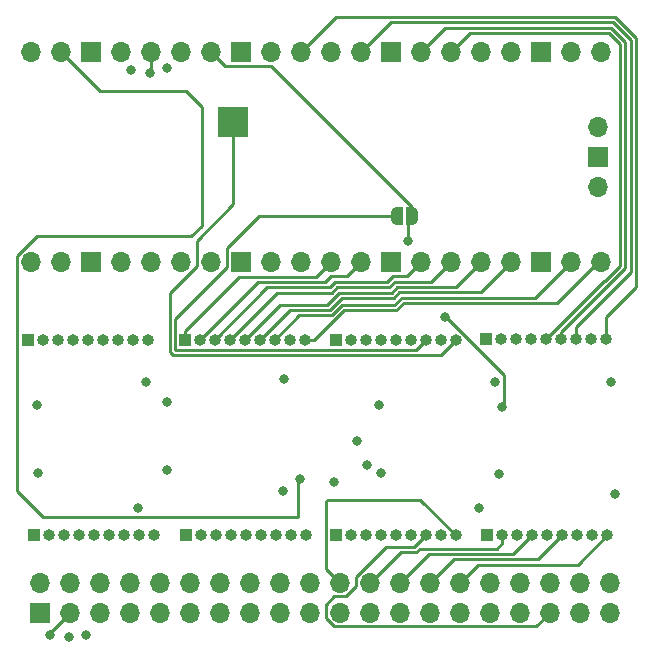
<source format=gbr>
%TF.GenerationSoftware,KiCad,Pcbnew,8.0.0*%
%TF.CreationDate,2024-03-20T20:27:36-04:00*%
%TF.ProjectId,level-shifted,6c657665-6c2d-4736-9869-667465642e6b,rev?*%
%TF.SameCoordinates,Original*%
%TF.FileFunction,Copper,L4,Bot*%
%TF.FilePolarity,Positive*%
%FSLAX46Y46*%
G04 Gerber Fmt 4.6, Leading zero omitted, Abs format (unit mm)*
G04 Created by KiCad (PCBNEW 8.0.0) date 2024-03-20 20:27:36*
%MOMM*%
%LPD*%
G01*
G04 APERTURE LIST*
G04 Aperture macros list*
%AMFreePoly0*
4,1,19,0.500000,-0.750000,0.000000,-0.750000,0.000000,-0.744911,-0.071157,-0.744911,-0.207708,-0.704816,-0.327430,-0.627875,-0.420627,-0.520320,-0.479746,-0.390866,-0.500000,-0.250000,-0.500000,0.250000,-0.479746,0.390866,-0.420627,0.520320,-0.327430,0.627875,-0.207708,0.704816,-0.071157,0.744911,0.000000,0.744911,0.000000,0.750000,0.500000,0.750000,0.500000,-0.750000,0.500000,-0.750000,
$1*%
%AMFreePoly1*
4,1,19,0.000000,0.744911,0.071157,0.744911,0.207708,0.704816,0.327430,0.627875,0.420627,0.520320,0.479746,0.390866,0.500000,0.250000,0.500000,-0.250000,0.479746,-0.390866,0.420627,-0.520320,0.327430,-0.627875,0.207708,-0.704816,0.071157,-0.744911,0.000000,-0.744911,0.000000,-0.750000,-0.500000,-0.750000,-0.500000,0.750000,0.000000,0.750000,0.000000,0.744911,0.000000,0.744911,
$1*%
G04 Aperture macros list end*
%TA.AperFunction,ComponentPad*%
%ADD10R,1.000000X1.000000*%
%TD*%
%TA.AperFunction,ComponentPad*%
%ADD11O,1.000000X1.000000*%
%TD*%
%TA.AperFunction,ComponentPad*%
%ADD12R,1.700000X1.700000*%
%TD*%
%TA.AperFunction,ComponentPad*%
%ADD13O,1.700000X1.700000*%
%TD*%
%TA.AperFunction,SMDPad,CuDef*%
%ADD14R,2.500000X2.500000*%
%TD*%
%TA.AperFunction,SMDPad,CuDef*%
%ADD15FreePoly0,180.000000*%
%TD*%
%TA.AperFunction,SMDPad,CuDef*%
%ADD16FreePoly1,180.000000*%
%TD*%
%TA.AperFunction,ViaPad*%
%ADD17C,0.800000*%
%TD*%
%TA.AperFunction,Conductor*%
%ADD18C,0.250000*%
%TD*%
G04 APERTURE END LIST*
D10*
%TO.P,J109,1,Pin_1*%
%TO.N,/LVA8*%
X140880000Y-92500000D03*
D11*
%TO.P,J109,2,Pin_2*%
%TO.N,/LVA9*%
X142150000Y-92500000D03*
%TO.P,J109,3,Pin_3*%
%TO.N,/LVA10*%
X143420000Y-92500000D03*
%TO.P,J109,4,Pin_4*%
%TO.N,/LVA11*%
X144690000Y-92500000D03*
%TO.P,J109,5,Pin_5*%
%TO.N,/LVA12*%
X145960000Y-92500000D03*
%TO.P,J109,6,Pin_6*%
%TO.N,/LVA13*%
X147230000Y-92500000D03*
%TO.P,J109,7,Pin_7*%
%TO.N,/LVA14*%
X148500000Y-92500000D03*
%TO.P,J109,8,Pin_8*%
%TO.N,3V3*%
X149770000Y-92500000D03*
%TO.P,J109,9,Pin_9*%
%TO.N,/LVA15*%
X151040000Y-92500000D03*
%TD*%
D10*
%TO.P,J107,1,Pin_1*%
%TO.N,/LVA0*%
X127650000Y-92500000D03*
D11*
%TO.P,J107,2,Pin_2*%
%TO.N,/LVA1*%
X128920000Y-92500000D03*
%TO.P,J107,3,Pin_3*%
%TO.N,/LVA2*%
X130190000Y-92500000D03*
%TO.P,J107,4,Pin_4*%
%TO.N,/LVA3*%
X131460000Y-92500000D03*
%TO.P,J107,5,Pin_5*%
%TO.N,/LVA4*%
X132730000Y-92500000D03*
%TO.P,J107,6,Pin_6*%
%TO.N,/LVA5*%
X134000000Y-92500000D03*
%TO.P,J107,7,Pin_7*%
%TO.N,/LVA6*%
X135270000Y-92500000D03*
%TO.P,J107,8,Pin_8*%
%TO.N,3V3*%
X136540000Y-92500000D03*
%TO.P,J107,9,Pin_9*%
%TO.N,/LVA7*%
X137810000Y-92500000D03*
%TD*%
D10*
%TO.P,J103,1,Pin_1*%
%TO.N,/HVA0*%
X128150000Y-109000000D03*
D11*
%TO.P,J103,2,Pin_2*%
%TO.N,/HVA1*%
X129420000Y-109000000D03*
%TO.P,J103,3,Pin_3*%
%TO.N,/HVA2*%
X130690000Y-109000000D03*
%TO.P,J103,4,Pin_4*%
%TO.N,/HVA3*%
X131960000Y-109000000D03*
%TO.P,J103,5,Pin_5*%
%TO.N,/HVA4*%
X133230000Y-109000000D03*
%TO.P,J103,6,Pin_6*%
%TO.N,/HVA5*%
X134500000Y-109000000D03*
%TO.P,J103,7,Pin_7*%
%TO.N,/HVA6*%
X135770000Y-109000000D03*
%TO.P,J103,8,Pin_8*%
%TO.N,5V*%
X137040000Y-109000000D03*
%TO.P,J103,9,Pin_9*%
%TO.N,/HVA7*%
X138310000Y-109000000D03*
%TD*%
D10*
%TO.P,J110,1,Pin_1*%
%TO.N,unconnected-(J110-Pin_1-Pad1)*%
X153690000Y-92500000D03*
D11*
%TO.P,J110,2,Pin_2*%
%TO.N,unconnected-(J110-Pin_2-Pad2)*%
X154960000Y-92500000D03*
%TO.P,J110,3,Pin_3*%
%TO.N,unconnected-(J110-Pin_3-Pad3)*%
X156230000Y-92500000D03*
%TO.P,J110,4,Pin_4*%
%TO.N,unconnected-(J110-Pin_4-Pad4)*%
X157500000Y-92500000D03*
%TO.P,J110,5,Pin_5*%
%TO.N,unconnected-(J110-Pin_5-Pad5)*%
X158770000Y-92500000D03*
%TO.P,J110,6,Pin_6*%
%TO.N,LVRW*%
X160040000Y-92500000D03*
%TO.P,J110,7,Pin_7*%
%TO.N,LVDEN*%
X161310000Y-92500000D03*
%TO.P,J110,8,Pin_8*%
%TO.N,3V3*%
X162580000Y-92500000D03*
%TO.P,J110,9,Pin_9*%
%TO.N,LVPHI2*%
X163850000Y-92500000D03*
%TD*%
D10*
%TO.P,J106,1,Pin_1*%
%TO.N,LVD0*%
X166425000Y-92415000D03*
D11*
%TO.P,J106,2,Pin_2*%
%TO.N,LVD1*%
X167695000Y-92415000D03*
%TO.P,J106,3,Pin_3*%
%TO.N,LVD2*%
X168965000Y-92415000D03*
%TO.P,J106,4,Pin_4*%
%TO.N,LVD3*%
X170235000Y-92415000D03*
%TO.P,J106,5,Pin_5*%
%TO.N,LVD4*%
X171505000Y-92415000D03*
%TO.P,J106,6,Pin_6*%
%TO.N,LVD5*%
X172775000Y-92415000D03*
%TO.P,J106,7,Pin_7*%
%TO.N,LVD6*%
X174045000Y-92415000D03*
%TO.P,J106,8,Pin_8*%
%TO.N,3V3*%
X175315000Y-92415000D03*
%TO.P,J106,9,Pin_9*%
%TO.N,LVD7*%
X176585000Y-92415000D03*
%TD*%
D12*
%TO.P,J104,1,GND*%
%TO.N,GND*%
X128650000Y-115570000D03*
D13*
%TO.P,J104,2,GND*%
X128650000Y-113030000D03*
%TO.P,J104,3,VCC*%
%TO.N,5V*%
X131190000Y-115570000D03*
%TO.P,J104,4,~{RESET}*%
%TO.N,unconnected-(J104-~{RESET}-Pad4)*%
X131190000Y-113030000D03*
%TO.P,J104,5,A0*%
%TO.N,/HVA0*%
X133730000Y-115570000D03*
%TO.P,J104,6,A1*%
%TO.N,/HVA1*%
X133730000Y-113030000D03*
%TO.P,J104,7,A2*%
%TO.N,/HVA2*%
X136270000Y-115570000D03*
%TO.P,J104,8,A3*%
%TO.N,/HVA3*%
X136270000Y-113030000D03*
%TO.P,J104,9,A4*%
%TO.N,/HVA4*%
X138810000Y-115570000D03*
%TO.P,J104,10,A5*%
%TO.N,/HVA5*%
X138810000Y-113030000D03*
%TO.P,J104,11,A6*%
%TO.N,/HVA6*%
X141350000Y-115570000D03*
%TO.P,J104,12,A7*%
%TO.N,/HVA7*%
X141350000Y-113030000D03*
%TO.P,J104,13,A8*%
%TO.N,/HVA8*%
X143890000Y-115570000D03*
%TO.P,J104,14,A9*%
%TO.N,/HVA9*%
X143890000Y-113030000D03*
%TO.P,J104,15,A10*%
%TO.N,/HVA10*%
X146430000Y-115570000D03*
%TO.P,J104,16,A11*%
%TO.N,/HVA11*%
X146430000Y-113030000D03*
%TO.P,J104,17,A12*%
%TO.N,/HVA12*%
X148970000Y-115570000D03*
%TO.P,J104,18,A13*%
%TO.N,/HVA13*%
X148970000Y-113030000D03*
%TO.P,J104,19,A14*%
%TO.N,/HVA14*%
X151510000Y-115570000D03*
%TO.P,J104,20,A15*%
%TO.N,/HVA15*%
X151510000Y-113030000D03*
%TO.P,J104,21,RW*%
%TO.N,HVRW*%
X154050000Y-115570000D03*
%TO.P,J104,22,PH2*%
%TO.N,HVPHI2*%
X154050000Y-113030000D03*
%TO.P,J104,23,D0*%
%TO.N,HVD0*%
X156590000Y-115570000D03*
%TO.P,J104,24,D1*%
%TO.N,HVD1*%
X156590000Y-113030000D03*
%TO.P,J104,25,D2*%
%TO.N,HVD2*%
X159130000Y-115570000D03*
%TO.P,J104,26,D3*%
%TO.N,HVD3*%
X159130000Y-113030000D03*
%TO.P,J104,27,D4*%
%TO.N,HVD4*%
X161670000Y-115570000D03*
%TO.P,J104,28,D5*%
%TO.N,HVD5*%
X161670000Y-113030000D03*
%TO.P,J104,29,D6*%
%TO.N,HVD6*%
X164210000Y-115570000D03*
%TO.P,J104,30,D7*%
%TO.N,HVD7*%
X164210000Y-113030000D03*
%TO.P,J104,31,SYNC*%
%TO.N,unconnected-(J104-SYNC-Pad31)*%
X166750000Y-115570000D03*
%TO.P,J104,32,RDY*%
%TO.N,unconnected-(J104-RDY-Pad32)*%
X166750000Y-113030000D03*
%TO.P,J104,33,NMI*%
%TO.N,unconnected-(J104-NMI-Pad33)*%
X169290000Y-115570000D03*
%TO.P,J104,34,TAPE*%
%TO.N,unconnected-(J104-TAPE-Pad34)*%
X169290000Y-113030000D03*
%TO.P,J104,35,DEN*%
%TO.N,HVDEN*%
X171830000Y-115570000D03*
%TO.P,J104,36,SST*%
%TO.N,unconnected-(J104-SST-Pad36)*%
X171830000Y-113030000D03*
%TO.P,J104,37,IO3*%
%TO.N,unconnected-(J104-IO3-Pad37)*%
X174370000Y-115570000D03*
%TO.P,J104,38,PB7*%
%TO.N,unconnected-(J104-PB7-Pad38)*%
X174370000Y-113030000D03*
%TO.P,J104,39,PH1*%
%TO.N,unconnected-(J104-PH1-Pad39)*%
X176910000Y-115570000D03*
%TO.P,J104,40,IRQ*%
%TO.N,unconnected-(J104-IRQ-Pad40)*%
X176910000Y-113030000D03*
%TD*%
D10*
%TO.P,J101,1,Pin_1*%
%TO.N,HVD0*%
X166500000Y-109000000D03*
D11*
%TO.P,J101,2,Pin_2*%
%TO.N,HVD1*%
X167770000Y-109000000D03*
%TO.P,J101,3,Pin_3*%
%TO.N,HVD2*%
X169040000Y-109000000D03*
%TO.P,J101,4,Pin_4*%
%TO.N,HVD3*%
X170310000Y-109000000D03*
%TO.P,J101,5,Pin_5*%
%TO.N,HVD4*%
X171580000Y-109000000D03*
%TO.P,J101,6,Pin_6*%
%TO.N,HVD5*%
X172850000Y-109000000D03*
%TO.P,J101,7,Pin_7*%
%TO.N,HVD6*%
X174120000Y-109000000D03*
%TO.P,J101,8,Pin_8*%
%TO.N,5V*%
X175390000Y-109000000D03*
%TO.P,J101,9,Pin_9*%
%TO.N,HVD7*%
X176660000Y-109000000D03*
%TD*%
D10*
%TO.P,J105,1,Pin_1*%
%TO.N,/HVA8*%
X141000000Y-109000000D03*
D11*
%TO.P,J105,2,Pin_2*%
%TO.N,/HVA9*%
X142270000Y-109000000D03*
%TO.P,J105,3,Pin_3*%
%TO.N,/HVA10*%
X143540000Y-109000000D03*
%TO.P,J105,4,Pin_4*%
%TO.N,/HVA11*%
X144810000Y-109000000D03*
%TO.P,J105,5,Pin_5*%
%TO.N,/HVA12*%
X146080000Y-109000000D03*
%TO.P,J105,6,Pin_6*%
%TO.N,/HVA13*%
X147350000Y-109000000D03*
%TO.P,J105,7,Pin_7*%
%TO.N,/HVA14*%
X148620000Y-109000000D03*
%TO.P,J105,8,Pin_8*%
%TO.N,5V*%
X149890000Y-109000000D03*
%TO.P,J105,9,Pin_9*%
%TO.N,/HVA15*%
X151160000Y-109000000D03*
%TD*%
D10*
%TO.P,J102,1,Pin_1*%
%TO.N,unconnected-(J102-Pin_1-Pad1)*%
X153690000Y-109000000D03*
D11*
%TO.P,J102,2,Pin_2*%
%TO.N,unconnected-(J102-Pin_2-Pad2)*%
X154960000Y-109000000D03*
%TO.P,J102,3,Pin_3*%
%TO.N,unconnected-(J102-Pin_3-Pad3)*%
X156230000Y-109000000D03*
%TO.P,J102,4,Pin_4*%
%TO.N,unconnected-(J102-Pin_4-Pad4)*%
X157500000Y-109000000D03*
%TO.P,J102,5,Pin_5*%
%TO.N,unconnected-(J102-Pin_5-Pad5)*%
X158770000Y-109000000D03*
%TO.P,J102,6,Pin_6*%
%TO.N,HVRW*%
X160040000Y-109000000D03*
%TO.P,J102,7,Pin_7*%
%TO.N,HVDEN*%
X161310000Y-109000000D03*
%TO.P,J102,8,Pin_8*%
%TO.N,5V*%
X162580000Y-109000000D03*
%TO.P,J102,9,Pin_9*%
%TO.N,HVPHI2*%
X163850000Y-109000000D03*
%TD*%
D13*
%TO.P,U104,1,GPIO0*%
%TO.N,/LVA0*%
X127870000Y-85890000D03*
%TO.P,U104,2,GPIO1*%
%TO.N,/LVA1*%
X130410000Y-85890000D03*
D12*
%TO.P,U104,3,GND*%
%TO.N,GND*%
X132950000Y-85890000D03*
D13*
%TO.P,U104,4,GPIO2*%
%TO.N,/LVA2*%
X135490000Y-85890000D03*
%TO.P,U104,5,GPIO3*%
%TO.N,/LVA3*%
X138030000Y-85890000D03*
%TO.P,U104,6,GPIO4*%
%TO.N,/LVA4*%
X140570000Y-85890000D03*
%TO.P,U104,7,GPIO5*%
%TO.N,/LVA5*%
X143110000Y-85890000D03*
D12*
%TO.P,U104,8,GND*%
%TO.N,GND*%
X145650000Y-85890000D03*
D13*
%TO.P,U104,9,GPIO6*%
%TO.N,/LVA6*%
X148190000Y-85890000D03*
%TO.P,U104,10,GPIO7*%
%TO.N,/LVA7*%
X150730000Y-85890000D03*
%TO.P,U104,11,GPIO8*%
%TO.N,/LVA8*%
X153270000Y-85890000D03*
%TO.P,U104,12,GPIO9*%
%TO.N,/LVA9*%
X155810000Y-85890000D03*
D12*
%TO.P,U104,13,GND*%
%TO.N,GND*%
X158350000Y-85890000D03*
D13*
%TO.P,U104,14,GPIO10*%
%TO.N,/LVA10*%
X160890000Y-85890000D03*
%TO.P,U104,15,GPIO11*%
%TO.N,/LVA11*%
X163430000Y-85890000D03*
%TO.P,U104,16,GPIO12*%
%TO.N,/LVA12*%
X165970000Y-85890000D03*
%TO.P,U104,17,GPIO13*%
%TO.N,/LVA13*%
X168510000Y-85890000D03*
D12*
%TO.P,U104,18,GND*%
%TO.N,GND*%
X171050000Y-85890000D03*
D13*
%TO.P,U104,19,GPIO14*%
%TO.N,/LVA14*%
X173590000Y-85890000D03*
%TO.P,U104,20,GPIO15*%
%TO.N,/LVA15*%
X176130000Y-85890000D03*
%TO.P,U104,21,GPIO16*%
%TO.N,LVD0*%
X176130000Y-68110000D03*
%TO.P,U104,22,GPIO17*%
%TO.N,LVD1*%
X173590000Y-68110000D03*
D12*
%TO.P,U104,23,GND*%
%TO.N,GND*%
X171050000Y-68110000D03*
D13*
%TO.P,U104,24,GPIO18*%
%TO.N,LVD2*%
X168510000Y-68110000D03*
%TO.P,U104,25,GPIO19*%
%TO.N,LVD3*%
X165970000Y-68110000D03*
%TO.P,U104,26,GPIO20*%
%TO.N,LVD4*%
X163430000Y-68110000D03*
%TO.P,U104,27,GPIO21*%
%TO.N,LVD5*%
X160890000Y-68110000D03*
D12*
%TO.P,U104,28,GND*%
%TO.N,GND*%
X158350000Y-68110000D03*
D13*
%TO.P,U104,29,GPIO22*%
%TO.N,LVD6*%
X155810000Y-68110000D03*
%TO.P,U104,30,RUN*%
%TO.N,Net-(SW101-A)*%
X153270000Y-68110000D03*
%TO.P,U104,31,GPIO26_ADC0*%
%TO.N,LVD7*%
X150730000Y-68110000D03*
%TO.P,U104,32,GPIO27_ADC1*%
%TO.N,LVRW*%
X148190000Y-68110000D03*
D12*
%TO.P,U104,33,AGND*%
%TO.N,GND*%
X145650000Y-68110000D03*
D13*
%TO.P,U104,34,GPIO28_ADC2*%
%TO.N,/DEN*%
X143110000Y-68110000D03*
%TO.P,U104,35,ADC_VREF*%
%TO.N,unconnected-(U104-ADC_VREF-Pad35)*%
X140570000Y-68110000D03*
%TO.P,U104,36,3V3*%
%TO.N,3V3*%
X138030000Y-68110000D03*
%TO.P,U104,37,3V3_EN*%
%TO.N,unconnected-(U104-3V3_EN-Pad37)*%
X135490000Y-68110000D03*
D12*
%TO.P,U104,38,GND*%
%TO.N,unconnected-(U104-GND-Pad38)_0*%
X132950000Y-68110000D03*
D13*
%TO.P,U104,39,VSYS*%
%TO.N,Net-(D102-K)*%
X130410000Y-68110000D03*
%TO.P,U104,40,VBUS*%
%TO.N,unconnected-(U104-VBUS-Pad40)_0*%
X127870000Y-68110000D03*
%TO.P,U104,41,SWCLK*%
%TO.N,unconnected-(U104-SWCLK-Pad41)_0*%
X175900000Y-79540000D03*
D12*
%TO.P,U104,42,GND*%
%TO.N,GND*%
X175900000Y-77000000D03*
D13*
%TO.P,U104,43,SWDIO*%
%TO.N,unconnected-(U104-SWDIO-Pad43)_0*%
X175900000Y-74460000D03*
%TD*%
D14*
%TO.P,TP101,1,1*%
%TO.N,LVPHI2*%
X145000000Y-74000000D03*
%TD*%
D15*
%TO.P,JP101,1,A*%
%TO.N,/DEN*%
X160150000Y-82000000D03*
D16*
%TO.P,JP101,2,B*%
%TO.N,LVDEN*%
X158850000Y-82000000D03*
%TD*%
D17*
%TO.N,GND*%
X149225004Y-105275000D03*
X155500000Y-101000000D03*
X167149996Y-96025000D03*
X167500000Y-103875000D03*
X177300001Y-105500001D03*
X137650000Y-96025000D03*
X139425000Y-103463000D03*
X149300000Y-95775000D03*
X177025000Y-96025000D03*
X128475000Y-103709000D03*
X165766000Y-106734008D03*
X157550000Y-103709000D03*
X136898221Y-106717800D03*
%TO.N,/DEN*%
X162966400Y-90525600D03*
X159766000Y-84124800D03*
X167735323Y-98131705D03*
%TO.N,Net-(D102-K)*%
X150672800Y-104292400D03*
%TO.N,3V3*%
X137972800Y-69900800D03*
X139425000Y-97738000D03*
X136347200Y-69646800D03*
X157350000Y-97975000D03*
X128350000Y-98025000D03*
X139395200Y-69494400D03*
%TO.N,5V*%
X156325000Y-103075000D03*
X131114800Y-117602000D03*
X132537200Y-117500400D03*
X153500000Y-104474996D03*
X129489200Y-117449600D03*
%TD*%
D18*
%TO.N,/DEN*%
X163042327Y-90525600D02*
X167950000Y-95433273D01*
X162966400Y-90525600D02*
X163042327Y-90525600D01*
X167950000Y-95433273D02*
X167950000Y-97917028D01*
X167950000Y-97917028D02*
X167735323Y-98131705D01*
%TO.N,LVD7*%
X176585000Y-92415000D02*
X176585000Y-90515000D01*
X177362285Y-65135000D02*
X153705000Y-65135000D01*
X176585000Y-90515000D02*
X179105000Y-87995000D01*
X179105000Y-87995000D02*
X179105000Y-66877715D01*
X179105000Y-66877715D02*
X177362285Y-65135000D01*
X153705000Y-65135000D02*
X150730000Y-68110000D01*
%TO.N,LVD6*%
X174045000Y-92415000D02*
X174045000Y-91380000D01*
X174045000Y-91380000D02*
X178655000Y-86770000D01*
X178655000Y-86770000D02*
X178655000Y-67064111D01*
X178655000Y-67064111D02*
X177175889Y-65585000D01*
X177175889Y-65585000D02*
X158335000Y-65585000D01*
X158335000Y-65585000D02*
X155810000Y-68110000D01*
%TO.N,LVD4*%
X177755000Y-67436903D02*
X176803097Y-66485000D01*
%TO.N,LVD5*%
X176989493Y-66035000D02*
X162965000Y-66035000D01*
%TO.N,LVD4*%
X176803097Y-66485000D02*
X165055000Y-66485000D01*
X176448604Y-87515000D02*
X177755000Y-86208604D01*
%TO.N,LVD5*%
X178205000Y-86395000D02*
X178205000Y-67250507D01*
%TO.N,LVD4*%
X165055000Y-66485000D02*
X163430000Y-68110000D01*
X171505000Y-92415000D02*
X176405000Y-87515000D01*
%TO.N,LVD5*%
X178205000Y-67250507D02*
X176989493Y-66035000D01*
%TO.N,LVD4*%
X177755000Y-86208604D02*
X177755000Y-67436903D01*
X176405000Y-87515000D02*
X176448604Y-87515000D01*
%TO.N,LVD5*%
X172775000Y-91825000D02*
X178205000Y-86395000D01*
X172775000Y-92415000D02*
X172775000Y-91825000D01*
X162965000Y-66035000D02*
X160890000Y-68110000D01*
%TO.N,/LVA15*%
X159442780Y-89357200D02*
X172406404Y-89357200D01*
X158818380Y-89981600D02*
X159442780Y-89357200D01*
X172406404Y-89357200D02*
X175873604Y-85890000D01*
X151880380Y-92500000D02*
X154398780Y-89981600D01*
X154398780Y-89981600D02*
X158818380Y-89981600D01*
X151040000Y-92500000D02*
X151880380Y-92500000D01*
X175873604Y-85890000D02*
X176130000Y-85890000D01*
%TO.N,/DEN*%
X159816800Y-83870800D02*
X159816800Y-84074000D01*
X159816800Y-84074000D02*
X159766000Y-84124800D01*
X159816800Y-82333200D02*
X160150000Y-82000000D01*
X159816800Y-83870800D02*
X159816800Y-82333200D01*
X144285000Y-69285000D02*
X143110000Y-68110000D01*
X160150000Y-81245000D02*
X148190000Y-69285000D01*
X160150000Y-82000000D02*
X160150000Y-81245000D01*
X148190000Y-69285000D02*
X144285000Y-69285000D01*
%TO.N,/LVA13*%
X149784800Y-89945200D02*
X153162388Y-89945200D01*
X153162388Y-89945200D02*
X154178388Y-88929200D01*
X165942800Y-88457200D02*
X168510000Y-85890000D01*
X154178388Y-88929200D02*
X158597988Y-88929200D01*
X158597988Y-88929200D02*
X159069988Y-88457200D01*
X147230000Y-92500000D02*
X149784800Y-89945200D01*
X159069988Y-88457200D02*
X165942800Y-88457200D01*
%TO.N,/LVA8*%
X140880000Y-91750000D02*
X145493600Y-87136400D01*
X152023600Y-87136400D02*
X153270000Y-85890000D01*
X140880000Y-92500000D02*
X140880000Y-91750000D01*
X145493600Y-87136400D02*
X152023600Y-87136400D01*
%TO.N,/LVA10*%
X158553000Y-87065000D02*
X159715000Y-87065000D01*
X153162000Y-88036400D02*
X153619200Y-87579200D01*
X153619200Y-87579200D02*
X158038800Y-87579200D01*
X158038800Y-87579200D02*
X158553000Y-87065000D01*
X147883600Y-88036400D02*
X153162000Y-88036400D01*
X143420000Y-92500000D02*
X147883600Y-88036400D01*
X159715000Y-87065000D02*
X160890000Y-85890000D01*
%TO.N,/LVA11*%
X158225196Y-88029200D02*
X158697196Y-87557200D01*
X144690000Y-92500000D02*
X148703600Y-88486400D01*
X148703600Y-88486400D02*
X153348396Y-88486400D01*
X161762800Y-87557200D02*
X163430000Y-85890000D01*
X153348396Y-88486400D02*
X153805596Y-88029200D01*
X158697196Y-87557200D02*
X161762800Y-87557200D01*
X153805596Y-88029200D02*
X158225196Y-88029200D01*
%TO.N,/LVA14*%
X153348784Y-90395200D02*
X154212384Y-89531600D01*
X158631984Y-89531600D02*
X159256384Y-88907200D01*
X148500000Y-92500000D02*
X150604800Y-90395200D01*
X150604800Y-90395200D02*
X153348784Y-90395200D01*
X159256384Y-88907200D02*
X170572800Y-88907200D01*
X154212384Y-89531600D02*
X158631984Y-89531600D01*
X170572800Y-88907200D02*
X173590000Y-85890000D01*
%TO.N,/LVA9*%
X154592800Y-87107200D02*
X155810000Y-85890000D01*
X153250820Y-87107200D02*
X154592800Y-87107200D01*
X142150000Y-92500000D02*
X147063600Y-87586400D01*
X152771620Y-87586400D02*
X153250820Y-87107200D01*
X147063600Y-87586400D02*
X152771620Y-87586400D01*
%TO.N,/LVA12*%
X148964800Y-89495200D02*
X152975992Y-89495200D01*
X158883592Y-88007200D02*
X163852800Y-88007200D01*
X152975992Y-89495200D02*
X153991992Y-88479200D01*
X145960000Y-92500000D02*
X148964800Y-89495200D01*
X153991992Y-88479200D02*
X158411592Y-88479200D01*
X163852800Y-88007200D02*
X165970000Y-85890000D01*
X158411592Y-88479200D02*
X158883592Y-88007200D01*
%TO.N,HVD5*%
X163650000Y-111050000D02*
X170800000Y-111050000D01*
X170800000Y-111050000D02*
X172850000Y-109000000D01*
X161670000Y-113030000D02*
X163650000Y-111050000D01*
%TO.N,HVD7*%
X165740000Y-111500000D02*
X174160000Y-111500000D01*
X174160000Y-111500000D02*
X176660000Y-109000000D01*
X164210000Y-113030000D02*
X165740000Y-111500000D01*
%TO.N,HVD1*%
X160496396Y-110450000D02*
X160796396Y-110150000D01*
X167327106Y-110150000D02*
X167770000Y-109707106D01*
X159170000Y-110450000D02*
X160496396Y-110450000D01*
X167770000Y-109707106D02*
X167770000Y-109000000D01*
X160796396Y-110150000D02*
X167327106Y-110150000D01*
X156590000Y-113030000D02*
X159170000Y-110450000D01*
%TO.N,HVD3*%
X161560000Y-110600000D02*
X168710000Y-110600000D01*
X168710000Y-110600000D02*
X170310000Y-109000000D01*
X159130000Y-113030000D02*
X161560000Y-110600000D01*
%TO.N,HVPHI2*%
X154050000Y-113030000D02*
X152865000Y-111845000D01*
X160850000Y-106000000D02*
X163850000Y-109000000D01*
X152865000Y-106135000D02*
X153000000Y-106000000D01*
X153000000Y-106000000D02*
X160850000Y-106000000D01*
X152865000Y-111845000D02*
X152865000Y-106135000D01*
%TO.N,HVDEN*%
X160310000Y-110000000D02*
X161310000Y-109000000D01*
X157958299Y-110000000D02*
X160310000Y-110000000D01*
X155415000Y-112543299D02*
X157958299Y-110000000D01*
X171830000Y-115570000D02*
X170655000Y-116745000D01*
X155415000Y-113326701D02*
X155415000Y-112543299D01*
X152875000Y-114893299D02*
X153563299Y-114205000D01*
X152875000Y-116056701D02*
X152875000Y-114893299D01*
X153563299Y-114205000D02*
X154536701Y-114205000D01*
X170655000Y-116745000D02*
X153563299Y-116745000D01*
X154536701Y-114205000D02*
X155415000Y-113326701D01*
X153563299Y-116745000D02*
X152875000Y-116056701D01*
%TO.N,LVDEN*%
X144475000Y-86309200D02*
X144475000Y-84715000D01*
X160485000Y-93325000D02*
X140055000Y-93325000D01*
X144475000Y-84715000D02*
X147190000Y-82000000D01*
X140055000Y-93325000D02*
X140055000Y-90729200D01*
X140055000Y-90729200D02*
X144475000Y-86309200D01*
X161310000Y-92500000D02*
X160485000Y-93325000D01*
X147190000Y-82000000D02*
X158850000Y-82000000D01*
%TO.N,LVPHI2*%
X139605000Y-88516701D02*
X141935000Y-86186701D01*
X139605000Y-93511396D02*
X139605000Y-88516701D01*
X163850000Y-92500000D02*
X162575000Y-93775000D01*
X145000000Y-81009200D02*
X145000000Y-74000000D01*
X141935000Y-84074200D02*
X145000000Y-81009200D01*
X162575000Y-93775000D02*
X139868604Y-93775000D01*
X141935000Y-86186701D02*
X141935000Y-84074200D01*
X139868604Y-93775000D02*
X139605000Y-93511396D01*
%TO.N,Net-(D102-K)*%
X150672800Y-104292400D02*
X150520400Y-104444800D01*
X128379899Y-83718400D02*
X141427200Y-83718400D01*
X142341600Y-82804000D02*
X142341600Y-72796400D01*
X126695000Y-85403299D02*
X128379899Y-83718400D01*
X126695000Y-105308200D02*
X126695000Y-85403299D01*
X133724800Y-71424800D02*
X130410000Y-68110000D01*
X150520400Y-104444800D02*
X150520400Y-107492800D01*
X150520400Y-107492800D02*
X128879600Y-107492800D01*
X141427200Y-83718400D02*
X142341600Y-82804000D01*
X142341600Y-72796400D02*
X140970000Y-71424800D01*
X140970000Y-71424800D02*
X133724800Y-71424800D01*
X128879600Y-107492800D02*
X126695000Y-105308200D01*
%TO.N,3V3*%
X138030000Y-68110000D02*
X138030000Y-69843600D01*
X138030000Y-69843600D02*
X137972800Y-69900800D01*
%TO.N,5V*%
X131190000Y-115570000D02*
X129489200Y-117270800D01*
X129489200Y-117270800D02*
X129489200Y-117449600D01*
%TD*%
M02*

</source>
